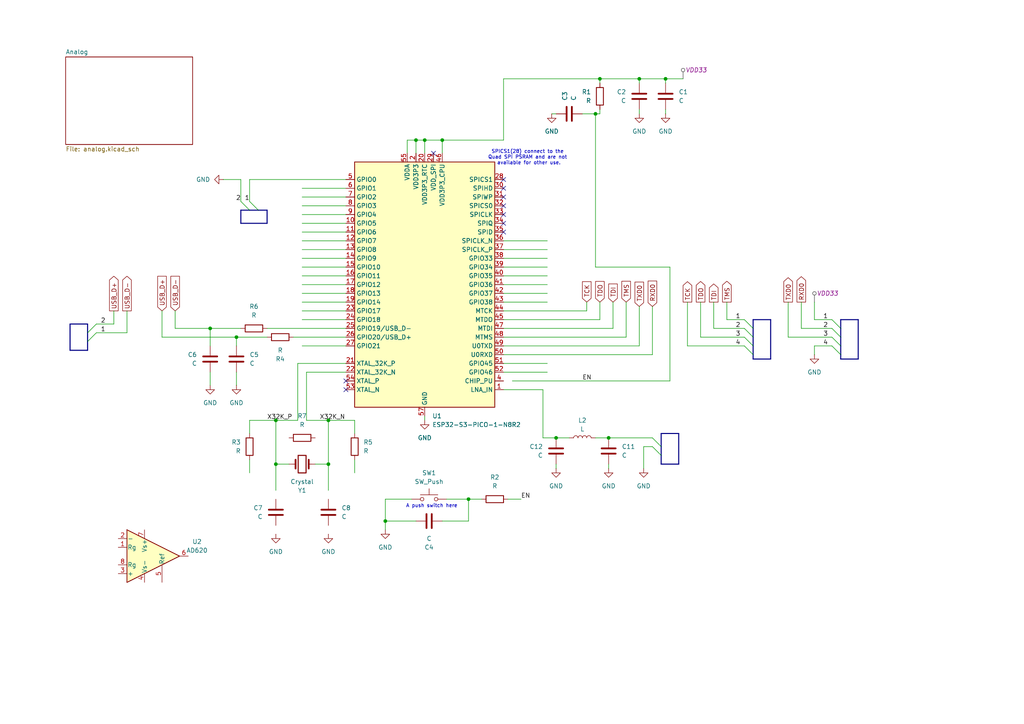
<source format=kicad_sch>
(kicad_sch (version 20231120) (generator "eeschema") (generator_version "8.0")
  (paper "A4")
  (title_block (title "Wireless ECG(ESDP 2024)") (rev "0.1.0"))
  (lib_symbols
    (symbol "Amplifier_Instrumentation:AD620" (pin_names (offset 0.127))
      (property "Reference" "U" (at 3.81 7.62 0))
      (property "Value" "AD620" (at 5.08 5.08 0))
      (symbol "AD620_0_1"
        (polyline (pts (xy -7.62 7.62) (xy -7.62 -7.62) (xy 7.62 0) (xy -7.62 7.62)) (stroke (width 0.254)) (fill (type background)))
      )
      (symbol "AD620_1_1"
        (pin passive line (at -10.16 2.54 0) (length 2.54) (name "Rg") (number "1"))
        (pin input line (at -10.16 5.08 0) (length 2.54) (name "-") (number "2"))
        (pin input line (at -10.16 -5.08 0) (length 2.54) (name "+") (number "3"))
        (pin power_in line (at -2.54 -7.62 90) (length 2.54) (name "Vs-") (number "4"))
        (pin passive line (at 2.54 -7.62 90) (length 5.08) (name "Ref") (number "5"))
        (pin output line (at 10.16 0 180) (length 2.54) (name "~") (number "6"))
        (pin power_in line (at -2.54 7.62 270) (length 2.54) (name "Vs+") (number "7"))
        (pin passive line (at -10.16 -2.54 0) (length 2.54) (name "Rg") (number "8"))
      )
    )
    (symbol "Device:C" (pin_numbers hide) (pin_names (offset 0.254))
      (property "Reference" "C" (at 0.635 2.54 0))
      (property "Value" "C" (at 0.635 -2.54 0))
      (symbol "C_0_1"
        (polyline (pts (xy -2.032 -0.762) (xy 2.032 -0.762)) (stroke (width 0.508)))
        (polyline (pts (xy -2.032 0.762) (xy 2.032 0.762)) (stroke (width 0.508)))
      )
      (symbol "C_1_1"
        (pin passive line (at 0 3.81 270) (length 2.794) (name "~") (number "1"))
        (pin passive line (at 0 -3.81 90) (length 2.794) (name "~") (number "2"))
      )
    )
    (symbol "Device:Crystal" (pin_numbers hide) (pin_names (offset 1.016) hide)
      (property "Reference" "Y" (at 0 3.81 0))
      (property "Value" "Crystal" (at 0 -3.81 0))
      (symbol "Crystal_0_1"
        (rectangle (start -1.143 2.54) (end 1.143 -2.54) (stroke (width 0.3048)))
        (polyline (pts (xy -2.54 0) (xy -1.905 0)))
        (polyline (pts (xy -1.905 -1.27) (xy -1.905 1.27)) (stroke (width 0.508)))
        (polyline (pts (xy 1.905 -1.27) (xy 1.905 1.27)) (stroke (width 0.508)))
        (polyline (pts (xy 2.54 0) (xy 1.905 0)))
      )
      (symbol "Crystal_1_1"
        (pin passive line (at -3.81 0 0) (length 1.27) (name "1") (number "1"))
        (pin passive line (at 3.81 0 180) (length 1.27) (name "2") (number "2"))
      )
    )
    (symbol "Device:L" (pin_numbers hide) (pin_names (offset 1.016) hide)
      (property "Reference" "L" (at -1.27 0 90))
      (property "Value" "L" (at 1.905 0 90))
      (symbol "L_0_1"
        (arc (start 0 -2.54) (mid 0.6323 -1.905) (end 0 -1.27))
        (arc (start 0 -1.27) (mid 0.6323 -0.635) (end 0 0))
        (arc (start 0 0) (mid 0.6323 0.635) (end 0 1.27))
        (arc (start 0 1.27) (mid 0.6323 1.905) (end 0 2.54))
      )
      (symbol "L_1_1"
        (pin passive line (at 0 3.81 270) (length 1.27) (name "1") (number "1"))
        (pin passive line (at 0 -3.81 90) (length 1.27) (name "2") (number "2"))
      )
    )
    (symbol "Device:R" (pin_numbers hide) (pin_names (offset 0))
      (property "Reference" "R" (at 2.032 0 90))
      (property "Value" "R" (at 0 0 90))
      (symbol "R_0_1"
        (rectangle (start -1.016 -2.54) (end 1.016 2.54) (stroke (width 0.254)))
      )
      (symbol "R_1_1"
        (pin passive line (at 0 3.81 270) (length 1.27) (name "~") (number "1"))
        (pin passive line (at 0 -3.81 90) (length 1.27) (name "~") (number "2"))
      )
    )
    (symbol "Switch:SW_Push" (pin_numbers hide) (pin_names (offset 1.016) hide)
      (property "Reference" "SW" (at 1.27 2.54 0))
      (property "Value" "SW_Push" (at 0 -1.524 0))
      (symbol "SW_Push_0_1"
        (circle (center -2.032 0) (radius 0.508))
        (polyline (pts (xy 0 1.27) (xy 0 3.048)))
        (polyline (pts (xy 2.54 1.27) (xy -2.54 1.27)))
        (circle (center 2.032 0) (radius 0.508))
        (pin passive line (at -5.08 0 0) (length 2.54) (name "1") (number "1"))
        (pin passive line (at 5.08 0 180) (length 2.54) (name "2") (number "2"))
      )
    )
    (symbol "esp32-s3-pico-1:ESP32-S3-PICO-1-N8R2"
      (property "Reference" "U" (at 10.16 -38.1 0))
      (property "Value" "ESP32-S3-PICO-1-N8R2" (at 13.97 -40.64 0))
      (symbol "ESP32-S3-PICO-1-N8R2_0_1"
        (rectangle (start -20.32 35.56) (end 20.32 -35.56) (stroke (width 0.254)) (fill (type background)))
      )
      (symbol "ESP32-S3-PICO-1-N8R2_1_0"
        (pin bidirectional line (at 22.86 12.7 180) (length 2.54) (name "SPICLK_N") (number "36"))
        (pin bidirectional line (at 22.86 -10.16 180) (length 2.54) (name "MTDO") (number "45"))
        (pin bidirectional line (at 22.86 -22.86 180) (length 2.54) (name "GPIO45") (number "51"))
        (pin passive line (at -5.08 38.1 270) (length 2.54) hide (name "VDDA") (number "56"))
      )
      (symbol "ESP32-S3-PICO-1-N8R2_1_1"
        (pin bidirectional line (at 22.86 -30.48 180) (length 2.54) (name "LNA_IN") (number "1"))
        (pin bidirectional line (at -22.86 17.78 0) (length 2.54) (name "GPIO5") (number "10"))
        (pin bidirectional line (at -22.86 15.24 0) (length 2.54) (name "GPIO6") (number "11"))
        (pin bidirectional line (at -22.86 12.7 0) (length 2.54) (name "GPIO7") (number "12"))
        (pin bidirectional line (at -22.86 10.16 0) (length 2.54) (name "GPIO8") (number "13"))
        (pin bidirectional line (at -22.86 7.62 0) (length 2.54) (name "GPIO9") (number "14"))
        (pin bidirectional line (at -22.86 5.08 0) (length 2.54) (name "GPIO10") (number "15"))
        (pin bidirectional line (at -22.86 2.54 0) (length 2.54) (name "GPIO11") (number "16"))
        (pin bidirectional line (at -22.86 0 0) (length 2.54) (name "GPIO12") (number "17"))
        (pin bidirectional line (at -22.86 -2.54 0) (length 2.54) (name "GPIO13") (number "18"))
        (pin bidirectional line (at -22.86 -5.08 0) (length 2.54) (name "GPIO14") (number "19"))
        (pin power_in line (at -2.54 38.1 270) (length 2.54) (name "VDD3P3") (number "2"))
        (pin power_in line (at 0 38.1 270) (length 2.54) (name "VDD3P3_RTC") (number "20"))
        (pin passive line (at -22.86 -22.86 0) (length 2.54) (name "XTAL_32K_P") (number "21"))
        (pin passive line (at -22.86 -25.4 0) (length 2.54) (name "XTAL_32K_N") (number "22"))
        (pin bidirectional line (at -22.86 -7.62 0) (length 2.54) (name "GPIO17") (number "23"))
        (pin bidirectional line (at -22.86 -10.16 0) (length 2.54) (name "GPIO18") (number "24"))
        (pin bidirectional line (at -22.86 -12.7 0) (length 2.54) (name "GPIO19/USB_D-") (number "25"))
        (pin bidirectional line (at -22.86 -15.24 0) (length 2.54) (name "GPIO20/USB_D+") (number "26"))
        (pin bidirectional line (at -22.86 -17.78 0) (length 2.54) (name "GPIO21") (number "27"))
        (pin bidirectional line (at 22.86 30.48 180) (length 2.54) (name "SPICS1") (number "28"))
        (pin power_in line (at 2.54 38.1 270) (length 2.54) (name "VDD_SPI") (number "29"))
        (pin passive line (at -2.54 38.1 270) (length 2.54) hide (name "VDD3P3") (number "3"))
        (pin bidirectional line (at 22.86 27.94 180) (length 2.54) (name "SPIHD") (number "30"))
        (pin bidirectional line (at 22.86 25.4 180) (length 2.54) (name "SPIWP") (number "31"))
        (pin bidirectional line (at 22.86 22.86 180) (length 2.54) (name "SPICS0") (number "32"))
        (pin bidirectional line (at 22.86 20.32 180) (length 2.54) (name "SPICLK") (number "33"))
        (pin bidirectional line (at 22.86 17.78 180) (length 2.54) (name "SPIQ") (number "34"))
        (pin bidirectional line (at 22.86 15.24 180) (length 2.54) (name "SPID") (number "35"))
        (pin bidirectional line (at 22.86 10.16 180) (length 2.54) (name "SPICLK_P") (number "37"))
        (pin bidirectional line (at 22.86 7.62 180) (length 2.54) (name "GPIO33") (number "38"))
        (pin bidirectional line (at 22.86 5.08 180) (length 2.54) (name "GPIO34") (number "39"))
        (pin input line (at 22.86 -27.94 180) (length 2.54) (name "CHIP_PU") (number "4"))
        (pin bidirectional line (at 22.86 2.54 180) (length 2.54) (name "GPIO35") (number "40"))
        (pin bidirectional line (at 22.86 0 180) (length 2.54) (name "GPIO36") (number "41"))
        (pin bidirectional line (at 22.86 -2.54 180) (length 2.54) (name "GPIO37") (number "42"))
        (pin bidirectional line (at 22.86 -5.08 180) (length 2.54) (name "GPIO38") (number "43"))
        (pin bidirectional line (at 22.86 -7.62 180) (length 2.54) (name "MTCK") (number "44"))
        (pin power_in line (at 5.08 38.1 270) (length 2.54) (name "VDD3P3_CPU") (number "46"))
        (pin bidirectional line (at 22.86 -12.7 180) (length 2.54) (name "MTDI") (number "47"))
        (pin bidirectional line (at 22.86 -15.24 180) (length 2.54) (name "MTMS") (number "48"))
        (pin bidirectional line (at 22.86 -17.78 180) (length 2.54) (name "U0TXD") (number "49"))
        (pin bidirectional line (at -22.86 30.48 0) (length 2.54) (name "GPIO0") (number "5"))
        (pin bidirectional line (at 22.86 -20.32 180) (length 2.54) (name "U0RXD") (number "50"))
        (pin bidirectional line (at 22.86 -25.4 180) (length 2.54) (name "GPIO46") (number "52"))
        (pin output line (at -22.86 -30.48 0) (length 2.54) (name "XTAL_N") (number "53"))
        (pin input line (at -22.86 -27.94 0) (length 2.54) (name "XTAL_P") (number "54"))
        (pin power_in line (at -5.08 38.1 270) (length 2.54) (name "VDDA") (number "55"))
        (pin power_in line (at 0 -38.1 90) (length 2.54) (name "GND") (number "57"))
        (pin bidirectional line (at -22.86 27.94 0) (length 2.54) (name "GPIO1") (number "6"))
        (pin bidirectional line (at -22.86 25.4 0) (length 2.54) (name "GPIO2") (number "7"))
        (pin bidirectional line (at -22.86 22.86 0) (length 2.54) (name "GPIO3") (number "8"))
        (pin bidirectional line (at -22.86 20.32 0) (length 2.54) (name "GPIO4") (number "9"))
      )
    )
    (symbol "power:GND" (power) (pin_numbers hide) (pin_names (offset 0) hide)
      (property "Value" "GND" (at 0 -3.81 0))
      (symbol "GND_0_1"
        (polyline (pts (xy 0 0) (xy 0 -1.27) (xy 1.27 -1.27) (xy 0 -2.54) (xy -1.27 -1.27) (xy 0 -1.27)))
      )
      (symbol "GND_1_1"
        (pin power_in line (at 0 0 270) (length 0) (name "~") (number "1"))
      )
    )
  )
  (junction (at 120.65 40.64))
  (junction (at 193.04 22.86))
  (junction (at 123.19 40.64))
  (junction (at 173.99 22.86))
  (junction (at 80.01 121.92))
  (junction (at 95.25 134.62))
  (junction (at 111.76 151.13))
  (junction (at 172.72 33.02))
  (junction (at 161.29 127))
  (junction (at 185.42 22.86))
  (junction (at 176.53 127))
  (junction (at 68.58 97.79))
  (junction (at 128.27 40.64))
  (junction (at 60.96 95.25))
  (junction (at 95.25 121.92))
  (junction (at 135.89 144.78))
  (junction (at 80.01 134.62))
  (no_connect (at 146.05 54.61))
  (no_connect (at 146.05 59.69))
  (no_connect (at 100.33 113.03))
  (no_connect (at 146.05 62.23))
  (no_connect (at 146.05 67.31))
  (no_connect (at 100.33 110.49))
  (no_connect (at 146.05 57.15))
  (no_connect (at 146.05 52.07))
  (no_connect (at 125.73 44.45))
  (no_connect (at 146.05 64.77))
  (bus_entry (at 72.39 58.42) (size 2.54 2.54))
  (bus_entry (at 241.3 97.79) (size 2.54 2.54))
  (bus_entry (at 189.23 127) (size 2.54 2.54))
  (bus_entry (at 241.3 92.71) (size 2.54 2.54))
  (bus_entry (at 241.3 100.33) (size 2.54 2.54))
  (bus_entry (at 25.4 96.52) (size 2.54 -2.54))
  (bus_entry (at 215.9 92.71) (size 2.54 2.54))
  (bus_entry (at 215.9 97.79) (size 2.54 2.54))
  (bus_entry (at 241.3 95.25) (size 2.54 2.54))
  (bus_entry (at 69.85 58.42) (size 2.54 2.54))
  (bus_entry (at 25.4 99.06) (size 2.54 -2.54))
  (bus_entry (at 189.23 129.54) (size 2.54 2.54))
  (bus_entry (at 215.9 95.25) (size 2.54 2.54))
  (bus_entry (at 215.9 100.33) (size 2.54 2.54))
  (wire (pts (xy 146.05 90.17) (xy 170.18 90.17)))
  (bus (pts (xy 191.77 132.08) (xy 191.77 134.62)))
  (bus (pts (xy 191.77 125.73) (xy 191.77 129.54)))
  (wire (pts (xy 123.19 121.92) (xy 123.19 120.65)))
  (wire (pts (xy 33.02 90.17) (xy 33.02 93.98)))
  (wire (pts (xy 80.01 134.62) (xy 80.01 142.24)))
  (wire (pts (xy 80.01 121.92) (xy 80.01 134.62)))
  (wire (pts (xy 87.63 72.39) (xy 100.33 72.39)))
  (wire (pts (xy 87.63 80.01) (xy 100.33 80.01)))
  (bus (pts (xy 248.92 104.14) (xy 248.92 92.71)))
  (wire (pts (xy 236.22 100.33) (xy 241.3 100.33)))
  (wire (pts (xy 80.01 134.62) (xy 83.82 134.62)))
  (wire (pts (xy 146.05 100.33) (xy 185.42 100.33)))
  (bus (pts (xy 196.85 134.62) (xy 196.85 125.73)))
  (bus (pts (xy 25.4 99.06) (xy 25.4 101.6)))
  (wire (pts (xy 111.76 144.78) (xy 119.38 144.78)))
  (wire (pts (xy 193.04 22.86) (xy 198.12 22.86)))
  (wire (pts (xy 241.3 92.71) (xy 236.22 92.71)))
  (wire (pts (xy 146.05 69.85) (xy 158.75 69.85)))
  (wire (pts (xy 170.18 87.63) (xy 170.18 90.17)))
  (wire (pts (xy 207.01 95.25) (xy 215.9 95.25)))
  (wire (pts (xy 87.63 59.69) (xy 100.33 59.69)))
  (wire (pts (xy 146.05 40.64) (xy 128.27 40.64)))
  (bus (pts (xy 218.44 95.25) (xy 218.44 97.79)))
  (wire (pts (xy 60.96 95.25) (xy 69.85 95.25)))
  (wire (pts (xy 193.04 24.13) (xy 193.04 22.86)))
  (bus (pts (xy 243.84 92.71) (xy 243.84 95.25)))
  (wire (pts (xy 146.05 22.86) (xy 146.05 40.64)))
  (wire (pts (xy 69.85 58.42) (xy 69.85 52.07)))
  (wire (pts (xy 72.39 133.35) (xy 72.39 137.16)))
  (wire (pts (xy 85.09 97.79) (xy 100.33 97.79)))
  (wire (pts (xy 173.99 24.13) (xy 173.99 22.86)))
  (wire (pts (xy 146.05 80.01) (xy 158.75 80.01)))
  (wire (pts (xy 60.96 95.25) (xy 60.96 100.33)))
  (wire (pts (xy 111.76 144.78) (xy 111.76 151.13)))
  (bus (pts (xy 243.84 102.87) (xy 243.84 104.14)))
  (bus (pts (xy 25.4 101.6) (xy 20.32 101.6)))
  (wire (pts (xy 135.89 144.78) (xy 139.7 144.78)))
  (wire (pts (xy 199.39 100.33) (xy 199.39 87.63)))
  (wire (pts (xy 207.01 87.63) (xy 207.01 95.25)))
  (wire (pts (xy 181.61 87.63) (xy 181.61 97.79)))
  (wire (pts (xy 86.36 105.41) (xy 86.36 121.92)))
  (wire (pts (xy 146.05 85.09) (xy 158.75 85.09)))
  (wire (pts (xy 186.69 129.54) (xy 189.23 129.54)))
  (wire (pts (xy 120.65 40.64) (xy 120.65 44.45)))
  (wire (pts (xy 135.89 151.13) (xy 135.89 144.78)))
  (wire (pts (xy 215.9 97.79) (xy 203.2 97.79)))
  (wire (pts (xy 232.41 95.25) (xy 241.3 95.25)))
  (bus (pts (xy 20.32 93.98) (xy 25.4 93.98)))
  (wire (pts (xy 161.29 127) (xy 165.1 127)))
  (wire (pts (xy 87.63 87.63) (xy 100.33 87.63)))
  (wire (pts (xy 91.44 134.62) (xy 95.25 134.62)))
  (wire (pts (xy 146.05 74.93) (xy 158.75 74.93)))
  (bus (pts (xy 218.44 102.87) (xy 218.44 104.14)))
  (wire (pts (xy 87.63 64.77) (xy 100.33 64.77)))
  (wire (pts (xy 172.72 127) (xy 176.53 127)))
  (wire (pts (xy 185.42 22.86) (xy 185.42 24.13)))
  (wire (pts (xy 88.9 121.92) (xy 95.25 121.92)))
  (wire (pts (xy 157.48 127) (xy 161.29 127)))
  (wire (pts (xy 60.96 107.95) (xy 60.96 111.76)))
  (wire (pts (xy 146.05 92.71) (xy 173.99 92.71)))
  (wire (pts (xy 87.63 82.55) (xy 100.33 82.55)))
  (bus (pts (xy 191.77 134.62) (xy 196.85 134.62)))
  (wire (pts (xy 161.29 135.89) (xy 161.29 134.62)))
  (wire (pts (xy 87.63 90.17) (xy 100.33 90.17)))
  (bus (pts (xy 243.84 100.33) (xy 243.84 102.87)))
  (wire (pts (xy 146.05 95.25) (xy 177.8 95.25)))
  (wire (pts (xy 215.9 92.71) (xy 210.82 92.71)))
  (wire (pts (xy 72.39 52.07) (xy 72.39 58.42)))
  (wire (pts (xy 168.91 33.02) (xy 172.72 33.02)))
  (wire (pts (xy 210.82 87.63) (xy 210.82 92.71)))
  (wire (pts (xy 95.25 121.92) (xy 95.25 134.62)))
  (wire (pts (xy 87.63 54.61) (xy 100.33 54.61)))
  (bus (pts (xy 25.4 96.52) (xy 25.4 99.06)))
  (wire (pts (xy 46.99 97.79) (xy 68.58 97.79)))
  (bus (pts (xy 69.85 60.96) (xy 72.39 60.96)))
  (bus (pts (xy 191.77 129.54) (xy 191.77 132.08)))
  (bus (pts (xy 191.77 125.73) (xy 196.85 125.73)))
  (bus (pts (xy 218.44 92.71) (xy 223.52 92.71)))
  (wire (pts (xy 87.63 67.31) (xy 100.33 67.31)))
  (wire (pts (xy 72.39 52.07) (xy 100.33 52.07)))
  (bus (pts (xy 243.84 104.14) (xy 248.92 104.14)))
  (wire (pts (xy 118.11 40.64) (xy 120.65 40.64)))
  (wire (pts (xy 95.25 142.24) (xy 95.25 134.62)))
  (wire (pts (xy 228.6 87.63) (xy 228.6 97.79)))
  (wire (pts (xy 185.42 100.33) (xy 185.42 88.9)))
  (wire (pts (xy 236.22 100.33) (xy 236.22 102.87)))
  (wire (pts (xy 146.05 82.55) (xy 158.75 82.55)))
  (wire (pts (xy 36.83 90.17) (xy 36.83 96.52)))
  (bus (pts (xy 223.52 104.14) (xy 223.52 92.71)))
  (wire (pts (xy 128.27 151.13) (xy 135.89 151.13)))
  (wire (pts (xy 129.54 144.78) (xy 135.89 144.78)))
  (wire (pts (xy 203.2 87.63) (xy 203.2 97.79)))
  (wire (pts (xy 68.58 100.33) (xy 68.58 97.79)))
  (wire (pts (xy 80.01 121.92) (xy 86.36 121.92)))
  (wire (pts (xy 236.22 87.63) (xy 236.22 92.71)))
  (wire (pts (xy 176.53 127) (xy 189.23 127)))
  (wire (pts (xy 160.02 33.02) (xy 161.29 33.02)))
  (bus (pts (xy 218.44 92.71) (xy 218.44 95.25)))
  (wire (pts (xy 146.05 22.86) (xy 173.99 22.86)))
  (wire (pts (xy 87.63 100.33) (xy 100.33 100.33)))
  (wire (pts (xy 199.39 100.33) (xy 215.9 100.33)))
  (wire (pts (xy 102.87 133.35) (xy 102.87 137.16)))
  (wire (pts (xy 172.72 33.02) (xy 172.72 77.47)))
  (wire (pts (xy 146.05 87.63) (xy 158.75 87.63)))
  (wire (pts (xy 173.99 87.63) (xy 173.99 92.71)))
  (wire (pts (xy 241.3 97.79) (xy 228.6 97.79)))
  (wire (pts (xy 172.72 77.47) (xy 194.31 77.47)))
  (wire (pts (xy 185.42 22.86) (xy 193.04 22.86)))
  (bus (pts (xy 20.32 101.6) (xy 20.32 93.98)))
  (wire (pts (xy 128.27 40.64) (xy 128.27 44.45)))
  (wire (pts (xy 232.41 87.63) (xy 232.41 95.25)))
  (wire (pts (xy 87.63 62.23) (xy 100.33 62.23)))
  (bus (pts (xy 218.44 100.33) (xy 218.44 102.87)))
  (bus (pts (xy 243.84 95.25) (xy 243.84 97.79)))
  (bus (pts (xy 77.47 60.96) (xy 77.47 64.77)))
  (wire (pts (xy 118.11 44.45) (xy 118.11 40.64)))
  (bus (pts (xy 25.4 93.98) (xy 25.4 96.52)))
  (wire (pts (xy 111.76 151.13) (xy 111.76 153.67)))
  (wire (pts (xy 146.05 105.41) (xy 158.75 105.41)))
  (wire (pts (xy 68.58 107.95) (xy 68.58 111.76)))
  (wire (pts (xy 27.94 93.98) (xy 33.02 93.98)))
  (wire (pts (xy 146.05 77.47) (xy 158.75 77.47)))
  (wire (pts (xy 100.33 95.25) (xy 77.47 95.25)))
  (wire (pts (xy 157.48 113.03) (xy 157.48 127)))
  (wire (pts (xy 72.39 121.92) (xy 72.39 125.73)))
  (wire (pts (xy 189.23 102.87) (xy 189.23 88.9)))
  (wire (pts (xy 147.32 144.78) (xy 151.13 144.78)))
  (wire (pts (xy 72.39 121.92) (xy 80.01 121.92)))
  (wire (pts (xy 102.87 121.92) (xy 102.87 125.73)))
  (wire (pts (xy 185.42 31.75) (xy 185.42 33.02)))
  (wire (pts (xy 50.8 90.17) (xy 50.8 95.25)))
  (wire (pts (xy 87.63 92.71) (xy 100.33 92.71)))
  (wire (pts (xy 123.19 40.64) (xy 128.27 40.64)))
  (wire (pts (xy 88.9 121.92) (xy 88.9 107.95)))
  (wire (pts (xy 186.69 129.54) (xy 186.69 135.89)))
  (wire (pts (xy 64.77 52.07) (xy 69.85 52.07)))
  (bus (pts (xy 243.84 92.71) (xy 248.92 92.71)))
  (wire (pts (xy 87.63 77.47) (xy 100.33 77.47)))
  (wire (pts (xy 193.04 31.75) (xy 193.04 33.02)))
  (wire (pts (xy 87.63 74.93) (xy 100.33 74.93)))
  (wire (pts (xy 173.99 31.75) (xy 173.99 33.02)))
  (wire (pts (xy 100.33 105.41) (xy 86.36 105.41)))
  (wire (pts (xy 146.05 97.79) (xy 181.61 97.79)))
  (bus (pts (xy 72.39 60.96) (xy 74.93 60.96)))
  (bus (pts (xy 69.85 60.96) (xy 69.85 64.77)))
  (wire (pts (xy 87.63 57.15) (xy 100.33 57.15)))
  (wire (pts (xy 46.99 90.17) (xy 46.99 97.79)))
  (bus (pts (xy 74.93 60.96) (xy 77.47 60.96)))
  (wire (pts (xy 176.53 135.89) (xy 176.53 134.62)))
  (wire (pts (xy 88.9 107.95) (xy 100.33 107.95)))
  (wire (pts (xy 95.25 121.92) (xy 102.87 121.92)))
  (wire (pts (xy 148.59 110.49) (xy 194.31 110.49)))
  (wire (pts (xy 146.05 107.95) (xy 158.75 107.95)))
  (bus (pts (xy 77.47 64.77) (xy 69.85 64.77)))
  (bus (pts (xy 243.84 97.79) (xy 243.84 100.33)))
  (wire (pts (xy 173.99 22.86) (xy 185.42 22.86)))
  (wire (pts (xy 87.63 85.09) (xy 100.33 85.09)))
  (wire (pts (xy 87.63 69.85) (xy 100.33 69.85)))
  (wire (pts (xy 157.48 113.03) (xy 146.05 113.03)))
  (wire (pts (xy 111.76 151.13) (xy 120.65 151.13)))
  (wire (pts (xy 68.58 97.79) (xy 77.47 97.79)))
  (wire (pts (xy 194.31 77.47) (xy 194.31 110.49)))
  (bus (pts (xy 218.44 104.14) (xy 223.52 104.14)))
  (wire (pts (xy 177.8 87.63) (xy 177.8 95.25)))
  (wire (pts (xy 146.05 102.87) (xy 189.23 102.87)))
  (wire (pts (xy 146.05 72.39) (xy 158.75 72.39)))
  (wire (pts (xy 172.72 33.02) (xy 173.99 33.02)))
  (wire (pts (xy 123.19 40.64) (xy 123.19 44.45)))
  (wire (pts (xy 50.8 95.25) (xy 60.96 95.25)))
  (bus (pts (xy 218.44 97.79) (xy 218.44 100.33)))
  (wire (pts (xy 120.65 40.64) (xy 123.19 40.64)))
  (wire (pts (xy 27.94 96.52) (xy 36.83 96.52)))
  (text "SPICS1(28) connect to the \nQuad SPI PSRAM and are not \navailable for other use." (at 153.416 45.72 0) (effects (font (size 1.016 1.016))))
  (text "A push switch here\n" (at 125.222 146.812 0) (effects (font (size 1.016 1.016))))
  (label "2" (at 29.21 93.98 0))
  (label "1" (at 213.36 92.71 0))
  (label "3" (at 238.76 97.79 0))
  (label "X32K_P" (at 77.47 121.92 0))
  (label "4" (at 213.36 100.33 0))
  (label "4" (at 238.76 100.33 0))
  (label "EN" (at 151.13 144.78 0))
  (label "1" (at 238.76 92.71 0))
  (label "3" (at 213.36 97.79 0))
  (label "EN" (at 168.91 110.49 0))
  (label "1" (at 72.39 58.42 180))
  (label "X32K_N" (at 92.71 121.92 0))
  (label "2" (at 238.76 95.25 0))
  (label "1" (at 29.21 96.52 0))
  (label "2" (at 69.85 58.42 180))
  (label "2" (at 213.36 95.25 0))
  (global_label "TDO" (shape output) (at 203.2 87.63 90) (property "Intersheetrefs" "${INTERSHEET_REFS}" (effects (hide yes))))
  (global_label "TDO" (shape input) (at 173.99 87.63 90) (property "Intersheetrefs" "${INTERSHEET_REFS}" (effects (hide yes))))
  (global_label "TMS" (shape output) (at 210.82 87.63 90) (property "Intersheetrefs" "${INTERSHEET_REFS}" (effects (hide yes))))
  (global_label "TMS" (shape input) (at 181.61 87.63 90) (property "Intersheetrefs" "${INTERSHEET_REFS}" (effects (hide yes))))
  (global_label "USB_D-" (shape output) (at 36.83 90.17 90) (property "Intersheetrefs" "${INTERSHEET_REFS}" (effects (hide yes))))
  (global_label "TXD0" (shape output) (at 228.6 87.63 90) (property "Intersheetrefs" "${INTERSHEET_REFS}" (effects (hide yes))))
  (global_label "USB_D+" (shape input) (at 46.99 90.17 90) (property "Intersheetrefs" "${INTERSHEET_REFS}" (effects (hide yes))))
  (global_label "TDI" (shape output) (at 207.01 87.63 90) (property "Intersheetrefs" "${INTERSHEET_REFS}" (effects (hide yes))))
  (global_label "RXD0" (shape output) (at 232.41 87.63 90) (property "Intersheetrefs" "${INTERSHEET_REFS}" (effects (hide yes))))
  (global_label "TDI" (shape input) (at 177.8 87.63 90) (property "Intersheetrefs" "${INTERSHEET_REFS}" (effects (hide yes))))
  (global_label "USB_D-" (shape input) (at 50.8 90.17 90) (property "Intersheetrefs" "${INTERSHEET_REFS}" (effects (hide yes))))
  (global_label "RXD0" (shape input) (at 189.23 88.9 90) (property "Intersheetrefs" "${INTERSHEET_REFS}" (effects (hide yes))))
  (global_label "TCK" (shape output) (at 199.39 87.63 90) (property "Intersheetrefs" "${INTERSHEET_REFS}" (effects (hide yes))))
  (global_label "USB_D+" (shape output) (at 33.02 90.17 90) (property "Intersheetrefs" "${INTERSHEET_REFS}" (effects (hide yes))))
  (global_label "TXD0" (shape input) (at 185.42 88.9 90) (property "Intersheetrefs" "${INTERSHEET_REFS}" (effects (hide yes))))
  (global_label "TCK" (shape input) (at 170.18 87.63 90) (property "Intersheetrefs" "${INTERSHEET_REFS}" (effects (hide yes))))
  (netclass_flag "" (length 2.54) (shape round) (at 236.22 87.63 0) (property "Netclass" "VDD33" (at 236.9185 85.09 0) (effects (font (italic yes)) (justify left))))
  (netclass_flag "" (length 2.54) (shape round) (at 198.12 22.86 0) (property "Netclass" "VDD33" (at 198.8185 20.32 0) (effects (font (italic yes)) (justify left))))
  (symbol (lib_id "power:GND") (at 123.19 121.92 0) (unit 1)
    (property "Reference" "#PWR01" (effects (hide yes)))
    (property "Value" "GND" (at 123.19 127 0))
    (property "Description" "Power symbol creates a global label with name \"GND\" , ground" (effects (hide yes)))
  )
  (symbol (lib_id "Device:R") (at 143.51 144.78 90) (unit 1)
    (property "Reference" "R2" (at 143.51 138.43 90))
    (property "Value" "R" (at 143.51 140.97 90))
    (property "Description" "Resistor" (effects (hide yes)))
  )
  (symbol (lib_id "Device:R") (at 81.28 97.79 90) (mirror x) (unit 1)
    (property "Reference" "R4" (at 81.28 104.14 90))
    (property "Value" "R" (at 81.28 101.6 90))
    (property "Description" "Resistor" (effects (hide yes)))
  )
  (symbol (lib_id "power:GND") (at 236.22 102.87 0) (unit 1)
    (property "Reference" "#PWR02" (effects (hide yes)))
    (property "Value" "GND" (at 236.22 107.95 0))
    (property "Description" "Power symbol creates a global label with name \"GND\" , ground" (effects (hide yes)))
  )
  (symbol (lib_id "Device:C") (at 193.04 27.94 180) (unit 1)
    (property "Reference" "C1" (at 196.85 26.6699 0) (effects (justify right)))
    (property "Value" "C" (at 196.85 29.2099 0) (effects (justify right)))
    (property "Description" "Unpolarized capacitor" (effects (hide yes)))
  )
  (symbol (lib_id "power:GND") (at 60.96 111.76 0) (unit 1)
    (property "Reference" "#PWR03" (effects (hide yes)))
    (property "Value" "GND" (at 60.96 116.84 0))
    (property "Description" "Power symbol creates a global label with name \"GND\" , ground" (effects (hide yes)))
  )
  (symbol (lib_id "Device:R") (at 73.66 95.25 90) (unit 1)
    (property "Reference" "R6" (at 73.66 88.9 90))
    (property "Value" "R" (at 73.66 91.44 90))
    (property "Description" "Resistor" (effects (hide yes)))
  )
  (symbol (lib_id "power:GND") (at 111.76 153.67 0) (unit 1)
    (property "Reference" "#PWR011" (effects (hide yes)))
    (property "Value" "GND" (at 111.76 158.75 0))
    (property "Description" "Power symbol creates a global label with name \"GND\" , ground" (effects (hide yes)))
  )
  (symbol (lib_id "Amplifier_Instrumentation:AD620") (at 44.45 161.29 0) (unit 1)
    (property "Reference" "U2" (at 57.15 157.099 0))
    (property "Value" "AD620" (at 57.15 159.639 0))
    (property "Footprint" "Package_SO:SOIC-8_3.9x4.9mm_P1.27mm" (effects (hide yes)))
    (property "Datasheet" "https://www.analog.com/media/en/technical-documentation/data-sheets/AD620.pdf" (effects (hide yes)))
    (property "Description" "Low Cost, Low Power, Instrumentation Amplifier, DIP-8/SOIC-8" (effects (hide yes)))
  )
  (symbol (lib_id "Device:R") (at 72.39 129.54 0) (mirror y) (unit 1)
    (property "Reference" "R3" (at 69.85 128.2699 0) (effects (justify left)))
    (property "Value" "R" (at 69.85 130.8099 0) (effects (justify left)))
    (property "Description" "Resistor" (effects (hide yes)))
  )
  (symbol (lib_id "Device:C") (at 68.58 104.14 180) (unit 1)
    (property "Reference" "C5" (at 72.39 102.8699 0) (effects (justify right)))
    (property "Value" "C" (at 72.39 105.4099 0) (effects (justify right)))
    (property "Description" "Unpolarized capacitor" (effects (hide yes)))
  )
  (symbol (lib_id "Switch:SW_Push") (at 124.46 144.78 0) (unit 1)
    (property "Reference" "SW1" (at 124.46 137.16 0))
    (property "Value" "SW_Push" (at 124.46 139.7 0))
    (property "Description" "Push button switch, generic, two pins" (effects (hide yes)))
  )
  (symbol (lib_id "Device:R") (at 87.63 127 90) (unit 1)
    (property "Reference" "R7" (at 87.63 120.65 90))
    (property "Value" "R" (at 87.63 123.19 90))
    (property "Description" "Resistor" (effects (hide yes)))
  )
  (symbol (lib_id "Device:C") (at 124.46 151.13 90) (unit 1)
    (property "Reference" "C4" (at 124.46 158.75 90))
    (property "Value" "C" (at 124.46 156.21 90))
    (property "Description" "Unpolarized capacitor" (effects (hide yes)))
  )
  (symbol (lib_id "power:GND") (at 80.01 154.94 0) (unit 1)
    (property "Reference" "#PWR07" (effects (hide yes)))
    (property "Value" "GND" (at 80.01 160.02 0))
    (property "Description" "Power symbol creates a global label with name \"GND\" , ground" (effects (hide yes)))
  )
  (symbol (lib_id "Device:L") (at 168.91 127 90) (unit 1)
    (property "Reference" "L2" (at 168.91 121.92 90))
    (property "Value" "L" (at 168.91 124.46 90))
    (property "Description" "Inductor" (effects (hide yes)))
  )
  (symbol (lib_id "Device:R") (at 102.87 129.54 0) (unit 1)
    (property "Reference" "R5" (at 105.41 128.2699 0) (effects (justify left)))
    (property "Value" "R" (at 105.41 130.8099 0) (effects (justify left)))
    (property "Description" "Resistor" (effects (hide yes)))
  )
  (symbol (lib_id "Device:C") (at 185.42 27.94 0) (mirror x) (unit 1)
    (property "Reference" "C2" (at 181.61 26.6699 0) (effects (justify right)))
    (property "Value" "C" (at 181.61 29.2099 0) (effects (justify right)))
    (property "Description" "Unpolarized capacitor" (effects (hide yes)))
  )
  (symbol (lib_id "power:GND") (at 160.02 33.02 0) (mirror y) (unit 1)
    (property "Reference" "#PWR010" (effects (hide yes)))
    (property "Value" "GND" (at 160.02 38.1 0))
    (property "Description" "Power symbol creates a global label with name \"GND\" , ground" (effects (hide yes)))
  )
  (symbol (lib_id "Device:C") (at 161.29 130.81 0) (mirror y) (unit 1)
    (property "Reference" "C12" (at 157.48 129.5399 0) (effects (justify left)))
    (property "Value" "C" (at 157.48 132.0799 0) (effects (justify left)))
    (property "Description" "Unpolarized capacitor" (effects (hide yes)))
  )
  (symbol (lib_id "Device:C") (at 60.96 104.14 0) (mirror x) (unit 1)
    (property "Reference" "C6" (at 57.15 102.8699 0) (effects (justify right)))
    (property "Value" "C" (at 57.15 105.4099 0) (effects (justify right)))
    (property "Description" "Unpolarized capacitor" (effects (hide yes)))
  )
  (symbol (lib_id "Device:C") (at 176.53 130.81 0) (unit 1)
    (property "Reference" "C11" (at 180.34 129.5399 0) (effects (justify left)))
    (property "Value" "C" (at 180.34 132.0799 0) (effects (justify left)))
    (property "Description" "Unpolarized capacitor" (effects (hide yes)))
  )
  (symbol (lib_id "Device:R") (at 173.99 27.94 0) (mirror y) (unit 1)
    (property "Reference" "R1" (at 171.45 26.6699 0) (effects (justify left)))
    (property "Value" "R" (at 171.45 29.2099 0) (effects (justify left)))
    (property "Description" "Resistor" (effects (hide yes)))
  )
  (symbol (lib_id "Device:Crystal") (at 87.63 134.62 0) (unit 1)
    (property "Reference" "Y1" (at 87.63 142.24 0))
    (property "Value" "Crystal" (at 87.63 139.7 0))
    (property "Description" "Two pin crystal" (effects (hide yes)))
  )
  (symbol (lib_id "power:GND") (at 68.58 111.76 0) (unit 1)
    (property "Reference" "#PWR04" (effects (hide yes)))
    (property "Value" "GND" (at 68.58 116.84 0))
    (property "Description" "Power symbol creates a global label with name \"GND\" , ground" (effects (hide yes)))
  )
  (symbol (lib_id "power:GND") (at 161.29 135.89 0) (unit 1)
    (property "Reference" "#PWR014" (effects (hide yes)))
    (property "Value" "GND" (at 161.29 140.97 0))
    (property "Description" "Power symbol creates a global label with name \"GND\" , ground" (effects (hide yes)))
  )
  (symbol (lib_id "power:GND") (at 193.04 33.02 0) (unit 1)
    (property "Reference" "#PWR08" (effects (hide yes)))
    (property "Value" "GND" (at 193.04 38.1 0))
    (property "Description" "Power symbol creates a global label with name \"GND\" , ground" (effects (hide yes)))
  )
  (symbol (lib_id "power:GND") (at 95.25 154.94 0) (unit 1)
    (property "Reference" "#PWR06" (effects (hide yes)))
    (property "Value" "GND" (at 95.25 160.02 0))
    (property "Description" "Power symbol creates a global label with name \"GND\" , ground" (effects (hide yes)))
  )
  (symbol (lib_id "power:GND") (at 185.42 33.02 0) (mirror y) (unit 1)
    (property "Reference" "#PWR09" (effects (hide yes)))
    (property "Value" "GND" (at 185.42 38.1 0))
    (property "Description" "Power symbol creates a global label with name \"GND\" , ground" (effects (hide yes)))
  )
  (symbol (lib_id "esp32-s3-pico-1:ESP32-S3-PICO-1-N8R2") (at 123.19 82.55 0) (unit 1)
    (property "Reference" "U1" (at 125.3841 120.65 0) (effects (justify left)))
    (property "Value" "ESP32-S3-PICO-1-N8R2" (at 125.3841 123.19 0) (effects (justify left)))
    (property "Footprint" "Package_DFN_QFN:QFN-56-1EP_7x7mm_P0.4mm_EP4x4mm" (effects (hide yes)))
    (property "Datasheet" "https://www.espressif.com/sites/default/files/documentation/esp32-s3-pico-1_datasheet_en.pdf" (effects (hide yes)))
    (property "Description" "Microcontroller, Wi-Fi 802.11b/g/n, Bluetooth, 32bit" (effects (hide yes)))
  )
  (symbol (lib_id "Device:C") (at 95.25 148.59 0) (unit 1)
    (property "Reference" "C8" (at 99.06 147.3199 0) (effects (justify left)))
    (property "Value" "C" (at 99.06 149.8599 0) (effects (justify left)))
    (property "Description" "Unpolarized capacitor" (effects (hide yes)))
  )
  (symbol (lib_id "Device:C") (at 165.1 33.02 270) (unit 1)
    (property "Reference" "C3" (at 163.8299 29.21 0) (effects (justify right)))
    (property "Value" "C" (at 166.3699 29.21 0) (effects (justify right)))
    (property "Description" "Unpolarized capacitor" (effects (hide yes)))
  )
  (symbol (lib_id "power:GND") (at 186.69 135.89 0) (unit 1)
    (property "Reference" "#PWR012" (effects (hide yes)))
    (property "Value" "GND" (at 186.69 140.97 0))
    (property "Description" "Power symbol creates a global label with name \"GND\" , ground" (effects (hide yes)))
  )
  (symbol (lib_id "power:GND") (at 64.77 52.07 270) (unit 1)
    (property "Reference" "#PWR05" (effects (hide yes)))
    (property "Value" "GND" (at 60.96 52.0699 90) (effects (justify right)))
    (property "Description" "Power symbol creates a global label with name \"GND\" , ground" (effects (hide yes)))
  )
  (symbol (lib_id "Device:C") (at 80.01 148.59 0) (mirror y) (unit 1)
    (property "Reference" "C7" (at 76.2 147.3199 0) (effects (justify left)))
    (property "Value" "C" (at 76.2 149.8599 0) (effects (justify left)))
    (property "Description" "Unpolarized capacitor" (effects (hide yes)))
  )
  (symbol (lib_id "power:GND") (at 176.53 135.89 0) (unit 1)
    (property "Reference" "#PWR013" (effects (hide yes)))
    (property "Value" "GND" (at 176.53 140.97 0))
    (property "Description" "Power symbol creates a global label with name \"GND\" , ground" (effects (hide yes)))
  )
  (sheet (at 19.05 16.51) (size 36.83 25.4) (stroke (width 0.1524))
    (property "Sheetname" "Analog" (at 19.05 15.7984 0) (effects (justify left bottom)))
    (property "Sheetfile" "analog.kicad_sch" (at 19.05 42.4946 0) (effects (justify left top)))
  )
)
</source>
